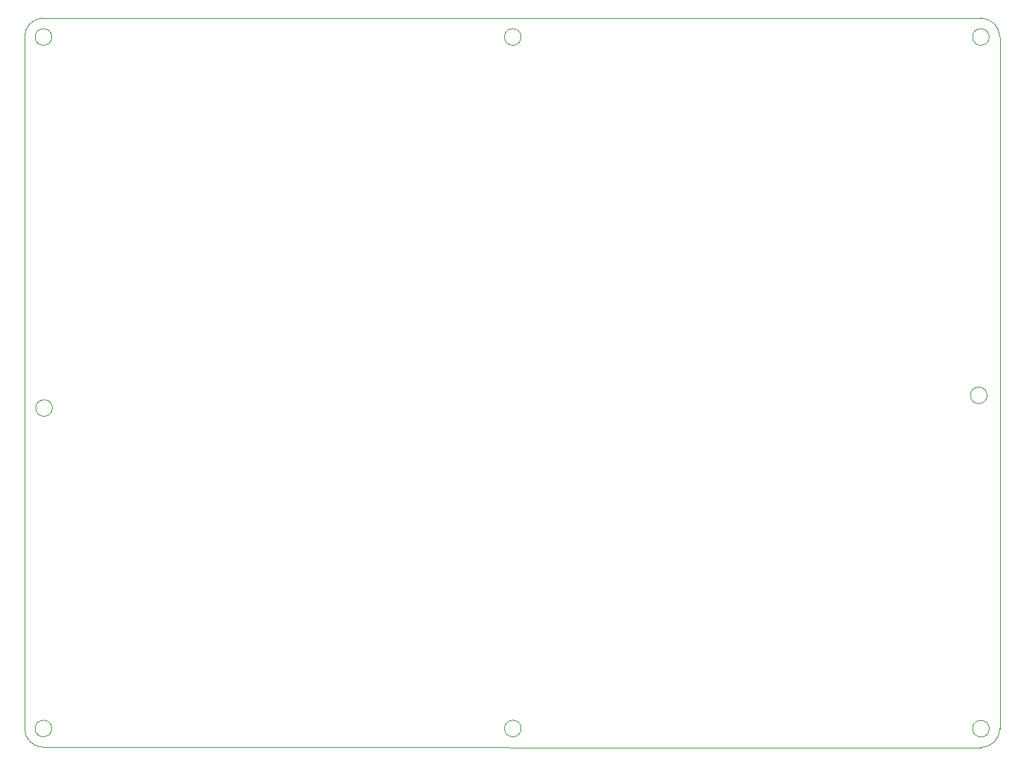
<source format=gbr>
G04 #@! TF.GenerationSoftware,KiCad,Pcbnew,5.1.9*
G04 #@! TF.CreationDate,2021-01-25T17:48:52-06:00*
G04 #@! TF.ProjectId,halfboard,68616c66-626f-4617-9264-2e6b69636164,rev?*
G04 #@! TF.SameCoordinates,Original*
G04 #@! TF.FileFunction,Profile,NP*
%FSLAX46Y46*%
G04 Gerber Fmt 4.6, Leading zero omitted, Abs format (unit mm)*
G04 Created by KiCad (PCBNEW 5.1.9) date 2021-01-25 17:48:52*
%MOMM*%
%LPD*%
G01*
G04 APERTURE LIST*
G04 #@! TA.AperFunction,Profile*
%ADD10C,0.050000*%
G04 #@! TD*
G04 APERTURE END LIST*
D10*
X205473967Y-136141377D02*
X205471933Y-52806599D01*
X147846000Y-52806600D02*
G75*
G03*
X147846000Y-52806600I-1000000J0D01*
G01*
X88076000Y-52806601D02*
G75*
G02*
X90122068Y-50520602I2300067J0D01*
G01*
X147847426Y-52806600D02*
G75*
G03*
X147847426Y-52806600I-1000000J0D01*
G01*
X88076000Y-52806601D02*
X88076000Y-136116633D01*
X91347933Y-136116632D02*
G75*
G03*
X91347933Y-136116632I-1000000J0D01*
G01*
X204200000Y-52806600D02*
G75*
G03*
X204200000Y-52806600I-1000000J0D01*
G01*
X204200000Y-136141376D02*
G75*
G03*
X204200000Y-136141376I-1000000J0D01*
G01*
X91347933Y-52806601D02*
G75*
G03*
X91347933Y-52806601I-1000000J0D01*
G01*
X203186020Y-50534710D02*
X90122068Y-50520602D01*
X91424000Y-97510600D02*
G75*
G03*
X91424000Y-97510600I-1000000J0D01*
G01*
X147847426Y-136116632D02*
G75*
G03*
X147847426Y-136116632I-1000000J0D01*
G01*
X90363795Y-138388510D02*
G75*
G02*
X88076000Y-136116633I-15862J2271878D01*
G01*
X203188054Y-138413266D02*
G75*
G03*
X205473967Y-136141377I13980J2271890D01*
G01*
X203186020Y-50534710D02*
G75*
G02*
X205471933Y-52806599I13980J-2271890D01*
G01*
X88076000Y-52806601D02*
G75*
G02*
X90122068Y-50520602I2300067J0D01*
G01*
X106678206Y-50534722D02*
X90122068Y-50520602D01*
X91347933Y-52806601D02*
G75*
G03*
X91347933Y-52806601I-1000000J0D01*
G01*
X204200000Y-136141376D02*
G75*
G03*
X204200000Y-136141376I-1000000J0D01*
G01*
X88076000Y-52806601D02*
X88076000Y-136116633D01*
X203186020Y-50534710D02*
G75*
G02*
X205471933Y-52806599I13980J-2271890D01*
G01*
X90363795Y-138388510D02*
G75*
G02*
X88076000Y-136116633I-15862J2271878D01*
G01*
X91347933Y-136116632D02*
G75*
G03*
X91347933Y-136116632I-1000000J0D01*
G01*
X204200000Y-52806600D02*
G75*
G03*
X204200000Y-52806600I-1000000J0D01*
G01*
X203186020Y-50534710D02*
X130048043Y-50534710D01*
X203946000Y-95986600D02*
G75*
G03*
X203946000Y-95986600I-1000000J0D01*
G01*
X90363795Y-138388510D02*
X203188054Y-138413266D01*
X205473967Y-136141377D02*
X205471933Y-52806599D01*
X90363795Y-138388510D02*
X203188054Y-138413266D01*
X203188054Y-138413266D02*
G75*
G03*
X205473967Y-136141377I13980J2271890D01*
G01*
X91424000Y-97510600D02*
G75*
G03*
X91424000Y-97510600I-1000000J0D01*
G01*
X147847426Y-136116632D02*
G75*
G03*
X147847426Y-136116632I-1000000J0D01*
G01*
M02*

</source>
